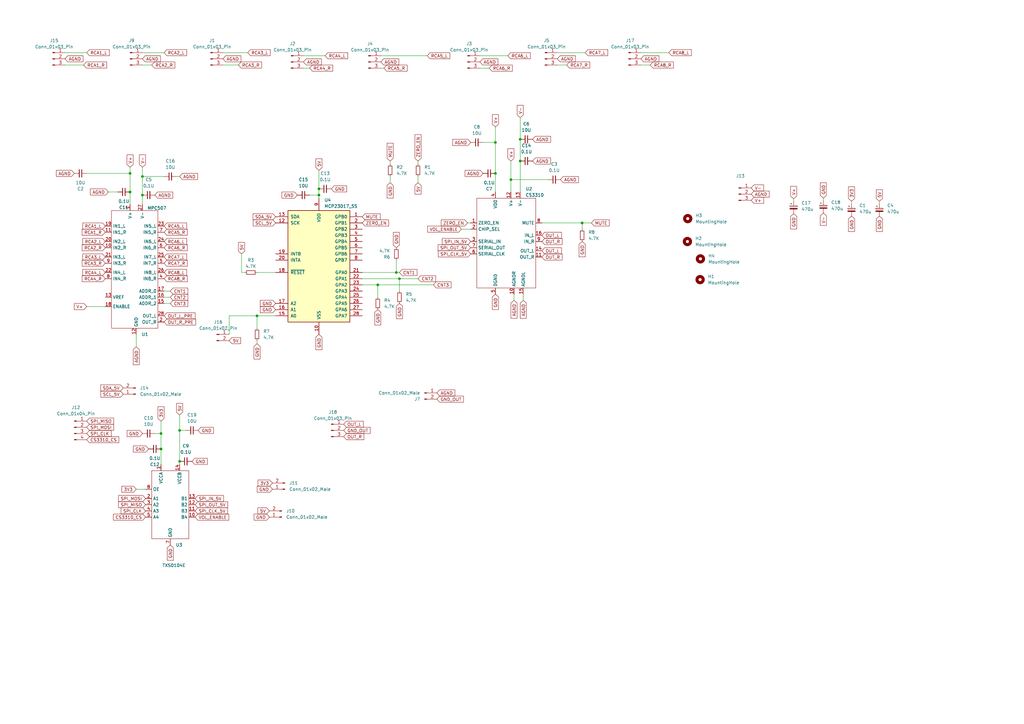
<source format=kicad_sch>
(kicad_sch (version 20231120) (generator "eeschema") (generator_version "8.0")
  (paper "A3")
  (lib_symbols
    (symbol "Connector:Conn_01x02_Male" (pin_names (offset 1.016) hide)
      (property "Reference" "J" (at 0 2.54 0))
      (property "Value" "Conn_01x02_Male" (at 0 -5.08 0))
      (symbol "Conn_01x02_Male_1_1"
        (polyline (pts (xy 1.27 -2.54) (xy 0.8636 -2.54)) (stroke (width 0.1524)))
        (polyline (pts (xy 1.27 0) (xy 0.8636 0)) (stroke (width 0.1524)))
        (rectangle (start 0.8636 -2.413) (end 0 -2.667) (stroke (width 0.1524)) (fill (type outline)))
        (rectangle (start 0.8636 0.127) (end 0 -0.127) (stroke (width 0.1524)) (fill (type outline)))
        (pin passive line (at 5.08 0 180) (length 3.81) (name "Pin_1") (number "1"))
        (pin passive line (at 5.08 -2.54 180) (length 3.81) (name "Pin_2") (number "2"))
      )
    )
    (symbol "Connector:Conn_01x02_Pin" (pin_names (offset 1.016) hide)
      (property "Reference" "J" (at 0 2.54 0))
      (property "Value" "Conn_01x02_Pin" (at 0 -5.08 0))
      (symbol "Conn_01x02_Pin_1_1"
        (polyline (pts (xy 1.27 -2.54) (xy 0.8636 -2.54)) (stroke (width 0.1524)))
        (polyline (pts (xy 1.27 0) (xy 0.8636 0)) (stroke (width 0.1524)))
        (rectangle (start 0.8636 -2.413) (end 0 -2.667) (stroke (width 0.1524)) (fill (type outline)))
        (rectangle (start 0.8636 0.127) (end 0 -0.127) (stroke (width 0.1524)) (fill (type outline)))
        (pin passive line (at 5.08 0 180) (length 3.81) (name "Pin_1") (number "1"))
        (pin passive line (at 5.08 -2.54 180) (length 3.81) (name "Pin_2") (number "2"))
      )
    )
    (symbol "Connector:Conn_01x03_Male" (pin_names (offset 1.016) hide)
      (property "Reference" "J" (at 0 5.08 0))
      (property "Value" "Conn_01x03_Male" (at 0 -5.08 0))
      (symbol "Conn_01x03_Male_1_1"
        (polyline (pts (xy 1.27 -2.54) (xy 0.8636 -2.54)) (stroke (width 0.1524)))
        (polyline (pts (xy 1.27 0) (xy 0.8636 0)) (stroke (width 0.1524)))
        (polyline (pts (xy 1.27 2.54) (xy 0.8636 2.54)) (stroke (width 0.1524)))
        (rectangle (start 0.8636 -2.413) (end 0 -2.667) (stroke (width 0.1524)) (fill (type outline)))
        (rectangle (start 0.8636 0.127) (end 0 -0.127) (stroke (width 0.1524)) (fill (type outline)))
        (rectangle (start 0.8636 2.667) (end 0 2.413) (stroke (width 0.1524)) (fill (type outline)))
        (pin passive line (at 5.08 2.54 180) (length 3.81) (name "Pin_1") (number "1"))
        (pin passive line (at 5.08 0 180) (length 3.81) (name "Pin_2") (number "2"))
        (pin passive line (at 5.08 -2.54 180) (length 3.81) (name "Pin_3") (number "3"))
      )
    )
    (symbol "Connector:Conn_01x03_Pin" (pin_names (offset 1.016) hide)
      (property "Reference" "J" (at 0 5.08 0))
      (property "Value" "Conn_01x03_Pin" (at 0 -5.08 0))
      (symbol "Conn_01x03_Pin_1_1"
        (polyline (pts (xy 1.27 -2.54) (xy 0.8636 -2.54)) (stroke (width 0.1524)))
        (polyline (pts (xy 1.27 0) (xy 0.8636 0)) (stroke (width 0.1524)))
        (polyline (pts (xy 1.27 2.54) (xy 0.8636 2.54)) (stroke (width 0.1524)))
        (rectangle (start 0.8636 -2.413) (end 0 -2.667) (stroke (width 0.1524)) (fill (type outline)))
        (rectangle (start 0.8636 0.127) (end 0 -0.127) (stroke (width 0.1524)) (fill (type outline)))
        (rectangle (start 0.8636 2.667) (end 0 2.413) (stroke (width 0.1524)) (fill (type outline)))
        (pin passive line (at 5.08 2.54 180) (length 3.81) (name "Pin_1") (number "1"))
        (pin passive line (at 5.08 0 180) (length 3.81) (name "Pin_2") (number "2"))
        (pin passive line (at 5.08 -2.54 180) (length 3.81) (name "Pin_3") (number "3"))
      )
    )
    (symbol "Connector:Conn_01x04_Pin" (pin_names (offset 1.016) hide)
      (property "Reference" "J" (at 0 5.08 0))
      (property "Value" "Conn_01x04_Pin" (at 0 -7.62 0))
      (symbol "Conn_01x04_Pin_1_1"
        (polyline (pts (xy 1.27 -5.08) (xy 0.8636 -5.08)) (stroke (width 0.1524)))
        (polyline (pts (xy 1.27 -2.54) (xy 0.8636 -2.54)) (stroke (width 0.1524)))
        (polyline (pts (xy 1.27 0) (xy 0.8636 0)) (stroke (width 0.1524)))
        (polyline (pts (xy 1.27 2.54) (xy 0.8636 2.54)) (stroke (width 0.1524)))
        (rectangle (start 0.8636 -4.953) (end 0 -5.207) (stroke (width 0.1524)) (fill (type outline)))
        (rectangle (start 0.8636 -2.413) (end 0 -2.667) (stroke (width 0.1524)) (fill (type outline)))
        (rectangle (start 0.8636 0.127) (end 0 -0.127) (stroke (width 0.1524)) (fill (type outline)))
        (rectangle (start 0.8636 2.667) (end 0 2.413) (stroke (width 0.1524)) (fill (type outline)))
        (pin passive line (at 5.08 2.54 180) (length 3.81) (name "Pin_1") (number "1"))
        (pin passive line (at 5.08 0 180) (length 3.81) (name "Pin_2") (number "2"))
        (pin passive line (at 5.08 -2.54 180) (length 3.81) (name "Pin_3") (number "3"))
        (pin passive line (at 5.08 -5.08 180) (length 3.81) (name "Pin_4") (number "4"))
      )
    )
    (symbol "Custom:CS3310"
      (property "Reference" "U" (at -1.524 -6.096 0))
      (symbol "CS3310_0_1"
        (rectangle (start -12.7 39.37) (end 11.43 2.54))
      )
      (symbol "CS3310_1_1"
        (pin input line (at -15.24 29.21 0) (length 2.54) (name "ZERO_EN") (number "1"))
        (pin input line (at 2.54 0 90) (length 2.54) (name "AGNDR") (number "10"))
        (pin input line (at 13.97 15.24 180) (length 2.54) (name "OUT_R") (number "11"))
        (pin input line (at 1.27 41.91 270) (length 2.54) (name "V+") (number "12"))
        (pin input line (at 5.08 41.91 270) (length 2.54) (name "V-") (number "13"))
        (pin input line (at 13.97 17.78 180) (length 2.54) (name "OUT_L") (number "14"))
        (pin input line (at 6.35 0 90) (length 2.54) (name "AGNDL") (number "15"))
        (pin input line (at 13.97 24.13 180) (length 2.54) (name "IN_L") (number "16"))
        (pin input line (at -15.24 26.67 0) (length 2.54) (name "CHIP_SEL") (number "2"))
        (pin input line (at -15.24 21.59 0) (length 2.54) (name "SERIAL_IN") (number "3"))
        (pin input line (at -5.08 41.91 270) (length 2.54) (name "VDD") (number "4"))
        (pin input line (at -5.08 0 90) (length 2.54) (name "DGND") (number "5"))
        (pin input line (at -15.24 16.51 0) (length 2.54) (name "SERIAL_CLK") (number "6"))
        (pin input line (at -15.24 19.05 0) (length 2.54) (name "SERIAL_OUT") (number "7"))
        (pin input line (at 13.97 29.21 180) (length 2.54) (name "MUTE") (number "8"))
        (pin input line (at 13.97 21.59 180) (length 2.54) (name "IN_R") (number "9"))
      )
    )
    (symbol "Custom:MPC507"
      (property "Reference" "U" (at 0 -34.29 0))
      (symbol "MPC507_1_1"
        (text_box "" (at -10.16 24.13 0) (size 19.05 -48.26) (effects (font (size 1.27 1.27)) (justify left top)))
        (pin input line (at -2.54 26.67 270) (length 2.54) (name "V+") (number "1"))
        (pin input line (at -12.7 8.89 0) (length 2.54) (name "IN2_R") (number "10"))
        (pin input line (at -12.7 15.24 0) (length 2.54) (name "IN1_R") (number "11"))
        (pin input line (at 0 -26.67 90) (length 2.54) (name "GND") (number "12"))
        (pin input line (at -12.7 -11.43 0) (length 2.54) (name "VREF") (number "13"))
        (pin input line (at 11.43 -13.97 180) (length 2.54) (name "ADDR_2") (number "15"))
        (pin input line (at 11.43 -11.43 180) (length 2.54) (name "ADDR_1") (number "16"))
        (pin input line (at 11.43 -8.89 180) (length 2.54) (name "ADDR_0") (number "17"))
        (pin input line (at -12.7 -15.24 0) (length 2.54) (name "ENABLE") (number "18"))
        (pin input line (at -12.7 17.78 0) (length 2.54) (name "IN1_L") (number "19"))
        (pin input line (at 11.43 -21.59 180) (length 2.54) (name "OUT_R") (number "2"))
        (pin input line (at -12.7 11.43 0) (length 2.54) (name "IN2_L") (number "20"))
        (pin input line (at -12.7 5.08 0) (length 2.54) (name "IN3_L") (number "21"))
        (pin input line (at -12.7 -1.27 0) (length 2.54) (name "IN4_L") (number "22"))
        (pin input line (at 11.43 17.78 180) (length 2.54) (name "IN5_L") (number "23"))
        (pin input line (at 11.43 11.43 180) (length 2.54) (name "IN6_L") (number "24"))
        (pin input line (at 11.43 5.08 180) (length 2.54) (name "IN7_L") (number "25"))
        (pin input line (at 11.43 -1.27 180) (length 2.54) (name "IN8_L") (number "26"))
        (pin input line (at 2.54 26.67 270) (length 2.54) (name "V-") (number "27"))
        (pin input line (at 11.43 -19.05 180) (length 2.54) (name "OUT_L") (number "28"))
        (pin input line (at 11.43 -3.81 180) (length 2.54) (name "IN8_R") (number "4"))
        (pin input line (at 11.43 2.54 180) (length 2.54) (name "IN7_R") (number "5"))
        (pin input line (at 11.43 8.89 180) (length 2.54) (name "IN6_R") (number "6"))
        (pin input line (at 11.43 15.24 180) (length 2.54) (name "IN5_R") (number "7"))
        (pin input line (at -12.7 -3.81 0) (length 2.54) (name "IN4_R") (number "8"))
        (pin input line (at -12.7 2.54 0) (length 2.54) (name "IN3_R") (number "9"))
      )
    )
    (symbol "Custom:TXS0104E"
      (property "Reference" "U" (at 0 0 0))
      (property "Value" "TXS0104E" (at 0 0 0))
      (symbol "TXS0104E_0_1"
        (rectangle (start -8.89 39.37) (end 6.35 11.43))
      )
      (symbol "TXS0104E_1_1"
        (pin input line (at -5.08 41.91 270) (length 2.54) (name "VCCA") (number "1"))
        (pin input line (at 8.89 20.32 180) (length 2.54) (name "B4") (number "10"))
        (pin input line (at 8.89 22.86 180) (length 2.54) (name "B3") (number "11"))
        (pin input line (at 8.89 25.4 180) (length 2.54) (name "B2") (number "12"))
        (pin input line (at 8.89 27.94 180) (length 2.54) (name "B1") (number "13"))
        (pin input line (at 2.54 41.91 270) (length 2.54) (name "VCCB") (number "14"))
        (pin input line (at -11.43 27.94 0) (length 2.54) (name "A1") (number "2"))
        (pin input line (at -11.43 25.4 0) (length 2.54) (name "A2") (number "3"))
        (pin input line (at -11.43 22.86 0) (length 2.54) (name "A3") (number "4"))
        (pin input line (at -11.43 20.32 0) (length 2.54) (name "A4") (number "5"))
        (pin input line (at -1.27 8.89 90) (length 2.54) (name "GND") (number "7"))
        (pin input line (at -11.43 31.75 0) (length 2.54) (name "OE") (number "8"))
      )
    )
    (symbol "Device:C_Polarized_Small" (pin_numbers hide) (pin_names (offset 0.254) hide)
      (property "Reference" "C" (at 0.254 1.778 0))
      (property "Value" "C_Polarized_Small" (at 0.254 -2.032 0))
      (symbol "C_Polarized_Small_0_1"
        (rectangle (start -1.524 -0.3048) (end 1.524 -0.6858) (fill (type outline)))
        (rectangle (start -1.524 0.6858) (end 1.524 0.3048))
        (polyline (pts (xy -1.27 1.524) (xy -0.762 1.524)))
        (polyline (pts (xy -1.016 1.27) (xy -1.016 1.778)))
      )
      (symbol "C_Polarized_Small_1_1"
        (pin passive line (at 0 2.54 270) (length 1.8542) (name "~") (number "1"))
        (pin passive line (at 0 -2.54 90) (length 1.8542) (name "~") (number "2"))
      )
    )
    (symbol "Device:C_Small" (pin_numbers hide) (pin_names (offset 0.254) hide)
      (property "Reference" "C" (at 0.254 1.778 0))
      (property "Value" "C_Small" (at 0.254 -2.032 0))
      (symbol "C_Small_0_1"
        (polyline (pts (xy -1.524 -0.508) (xy 1.524 -0.508)) (stroke (width 0.3302)))
        (polyline (pts (xy -1.524 0.508) (xy 1.524 0.508)) (stroke (width 0.3048)))
      )
      (symbol "C_Small_1_1"
        (pin passive line (at 0 2.54 270) (length 2.032) (name "~") (number "1"))
        (pin passive line (at 0 -2.54 90) (length 2.032) (name "~") (number "2"))
      )
    )
    (symbol "Device:R_Small" (pin_numbers hide) (pin_names (offset 0.254) hide)
      (property "Reference" "R" (at 0.762 0.508 0))
      (property "Value" "R_Small" (at 0.762 -1.016 0))
      (symbol "R_Small_0_1"
        (rectangle (start -0.762 1.778) (end 0.762 -1.778) (stroke (width 0.2032)))
      )
      (symbol "R_Small_1_1"
        (pin passive line (at 0 2.54 270) (length 0.762) (name "~") (number "1"))
        (pin passive line (at 0 -2.54 90) (length 0.762) (name "~") (number "2"))
      )
    )
    (symbol "Interface_Expansion:MCP23017_SS" (pin_names (offset 1.016))
      (property "Reference" "U" (at -11.43 24.13 0))
      (property "Value" "MCP23017_SS" (at 0 0 0))
      (symbol "MCP23017_SS_0_1"
        (rectangle (start -12.7 22.86) (end 12.7 -22.86) (stroke (width 0.254)) (fill (type background)))
      )
      (symbol "MCP23017_SS_1_1"
        (pin bidirectional line (at 17.78 20.32 180) (length 5.08) (name "GPB0") (number "1"))
        (pin power_in line (at 0 -27.94 90) (length 5.08) (name "VSS") (number "10"))
        (pin no_connect line (at -12.7 15.24 0) (length 5.08) hide (name "NC") (number "11"))
        (pin input line (at -17.78 17.78 0) (length 5.08) (name "SCK") (number "12"))
        (pin bidirectional line (at -17.78 20.32 0) (length 5.08) (name "SDA") (number "13"))
        (pin no_connect line (at -12.7 12.7 0) (length 5.08) hide (name "NC") (number "14"))
        (pin input line (at -17.78 -20.32 0) (length 5.08) (name "A0") (number "15"))
        (pin input line (at -17.78 -17.78 0) (length 5.08) (name "A1") (number "16"))
        (pin input line (at -17.78 -15.24 0) (length 5.08) (name "A2") (number "17"))
        (pin input line (at -17.78 -2.54 0) (length 5.08) (name "~{RESET}") (number "18"))
        (pin tri_state line (at -17.78 5.08 0) (length 5.08) (name "INTB") (number "19"))
        (pin bidirectional line (at 17.78 17.78 180) (length 5.08) (name "GPB1") (number "2"))
        (pin tri_state line (at -17.78 2.54 0) (length 5.08) (name "INTA") (number "20"))
        (pin bidirectional line (at 17.78 -2.54 180) (length 5.08) (name "GPA0") (number "21"))
        (pin bidirectional line (at 17.78 -5.08 180) (length 5.08) (name "GPA1") (number "22"))
        (pin bidirectional line (at 17.78 -7.62 180) (length 5.08) (name "GPA2") (number "23"))
        (pin bidirectional line (at 17.78 -10.16 180) (length 5.08) (name "GPA3") (number "24"))
        (pin bidirectional line (at 17.78 -12.7 180) (length 5.08) (name "GPA4") (number "25"))
        (pin bidirectional line (at 17.78 -15.24 180) (length 5.08) (name "GPA5") (number "26"))
        (pin bidirectional line (at 17.78 -17.78 180) (length 5.08) (name "GPA6") (number "27"))
        (pin bidirectional line (at 17.78 -20.32 180) (length 5.08) (name "GPA7") (number "28"))
        (pin bidirectional line (at 17.78 15.24 180) (length 5.08) (name "GPB2") (number "3"))
        (pin bidirectional line (at 17.78 12.7 180) (length 5.08) (name "GPB3") (number "4"))
        (pin bidirectional line (at 17.78 10.16 180) (length 5.08) (name "GPB4") (number "5"))
        (pin bidirectional line (at 17.78 7.62 180) (length 5.08) (name "GPB5") (number "6"))
        (pin bidirectional line (at 17.78 5.08 180) (length 5.08) (name "GPB6") (number "7"))
        (pin bidirectional line (at 17.78 2.54 180) (length 5.08) (name "GPB7") (number "8"))
        (pin power_in line (at 0 27.94 270) (length 5.08) (name "VDD") (number "9"))
      )
    )
    (symbol "Mechanical:MountingHole" (pin_names (offset 1.016))
      (property "Reference" "H" (at 0 5.08 0))
      (property "Value" "MountingHole" (at 0 3.175 0))
      (symbol "MountingHole_0_1"
        (circle (center 0 0) (radius 1.27) (stroke (width 1.27)))
      )
    )
  )
  (junction (at 73.66 176.53))
  (junction (at 209.55 73.66))
  (junction (at 203.2 71.12))
  (junction (at 238.76 91.44))
  (junction (at 105.41 129.54))
  (junction (at 66.04 177.8))
  (junction (at 162.56 111.76))
  (junction (at 53.34 71.12))
  (junction (at 66.04 184.15))
  (junction (at 53.34 78.74))
  (junction (at 203.2 58.42))
  (junction (at 130.81 77.47))
  (junction (at 130.81 80.01))
  (junction (at 58.42 80.01))
  (junction (at 213.36 66.04))
  (junction (at 73.66 189.23))
  (junction (at 58.42 72.39))
  (junction (at 163.83 114.3))
  (junction (at 213.36 57.15))
  (junction (at 154.94 116.84))
  (wire (pts (xy 124.46 27.94) (xy 127 27.94)))
  (wire (pts (xy 69.85 121.92) (xy 67.31 121.92)))
  (wire (pts (xy 58.42 68.58) (xy 58.42 72.39)))
  (wire (pts (xy 214.63 123.19) (xy 214.63 120.65)))
  (wire (pts (xy 73.66 189.23) (xy 73.66 190.5)))
  (wire (pts (xy 69.85 119.38) (xy 67.31 119.38)))
  (wire (pts (xy 191.77 91.44) (xy 193.04 91.44)))
  (wire (pts (xy 156.21 22.86) (xy 175.26 22.86)))
  (wire (pts (xy 58.42 80.01) (xy 58.42 83.82)))
  (wire (pts (xy 105.41 134.62) (xy 105.41 129.54)))
  (wire (pts (xy 325.501 81.534) (xy 325.501 82.55)))
  (wire (pts (xy 209.55 73.66) (xy 224.79 73.66)))
  (wire (pts (xy 73.66 170.18) (xy 73.66 176.53)))
  (wire (pts (xy 53.34 78.74) (xy 53.34 83.82)))
  (wire (pts (xy 44.45 78.74) (xy 48.26 78.74)))
  (wire (pts (xy 274.32 21.59) (xy 262.89 21.59)))
  (wire (pts (xy 105.41 129.54) (xy 93.98 129.54)))
  (wire (pts (xy 130.81 69.85) (xy 130.81 77.47)))
  (wire (pts (xy 213.36 66.04) (xy 213.36 78.74)))
  (wire (pts (xy 208.28 22.86) (xy 196.85 22.86)))
  (wire (pts (xy 99.06 111.76) (xy 99.06 104.14)))
  (wire (pts (xy 171.45 74.93) (xy 171.45 72.39)))
  (wire (pts (xy 91.44 26.67) (xy 97.79 26.67)))
  (wire (pts (xy 189.23 93.98) (xy 193.04 93.98)))
  (wire (pts (xy 58.42 72.39) (xy 58.42 80.01)))
  (wire (pts (xy 171.45 66.04) (xy 171.45 67.31)))
  (wire (pts (xy 55.88 142.24) (xy 55.88 137.16)))
  (wire (pts (xy 203.2 71.12) (xy 203.2 78.74)))
  (wire (pts (xy 154.94 116.84) (xy 148.59 116.84)))
  (wire (pts (xy 163.83 114.3) (xy 148.59 114.3)))
  (wire (pts (xy 203.2 52.07) (xy 203.2 58.42)))
  (wire (pts (xy 63.5 177.8) (xy 66.04 177.8)))
  (wire (pts (xy 35.56 125.73) (xy 43.18 125.73)))
  (wire (pts (xy 262.89 26.67) (xy 266.7 26.67)))
  (wire (pts (xy 58.42 21.59) (xy 67.31 21.59)))
  (wire (pts (xy 209.55 66.04) (xy 209.55 73.66)))
  (wire (pts (xy 76.2 176.53) (xy 73.66 176.53)))
  (wire (pts (xy 213.36 48.26) (xy 213.36 57.15)))
  (wire (pts (xy 130.81 80.01) (xy 130.81 81.28)))
  (wire (pts (xy 162.56 106.68) (xy 162.56 111.76)))
  (wire (pts (xy 67.31 72.39) (xy 58.42 72.39)))
  (wire (pts (xy 91.44 21.59) (xy 101.6 21.59)))
  (wire (pts (xy 66.04 184.15) (xy 66.04 190.5)))
  (wire (pts (xy 213.36 57.15) (xy 213.36 66.04)))
  (wire (pts (xy 105.41 129.54) (xy 113.03 129.54)))
  (wire (pts (xy 66.04 172.72) (xy 66.04 177.8)))
  (wire (pts (xy 242.57 91.44) (xy 238.76 91.44)))
  (wire (pts (xy 163.83 119.38) (xy 163.83 114.3)))
  (wire (pts (xy 228.6 26.67) (xy 232.41 26.67)))
  (wire (pts (xy 105.41 140.97) (xy 105.41 139.7)))
  (wire (pts (xy 100.33 111.76) (xy 99.06 111.76)))
  (wire (pts (xy 105.41 111.76) (xy 113.03 111.76)))
  (wire (pts (xy 349.25 82.55) (xy 349.25 83.566)))
  (wire (pts (xy 171.45 114.3) (xy 163.83 114.3)))
  (wire (pts (xy 69.85 124.46) (xy 67.31 124.46)))
  (wire (pts (xy 162.56 111.76) (xy 148.59 111.76)))
  (wire (pts (xy 26.67 21.59) (xy 35.56 21.59)))
  (wire (pts (xy 53.34 71.12) (xy 53.34 78.74)))
  (wire (pts (xy 53.34 68.58) (xy 53.34 71.12)))
  (wire (pts (xy 124.46 22.86) (xy 133.35 22.86)))
  (wire (pts (xy 177.8 116.84) (xy 154.94 116.84)))
  (wire (pts (xy 130.81 77.47) (xy 130.81 80.01)))
  (wire (pts (xy 203.2 58.42) (xy 203.2 71.12)))
  (wire (pts (xy 35.56 71.12) (xy 53.34 71.12)))
  (wire (pts (xy 163.83 111.76) (xy 162.56 111.76)))
  (wire (pts (xy 238.76 93.98) (xy 238.76 91.44)))
  (wire (pts (xy 93.98 129.54) (xy 93.98 137.16)))
  (wire (pts (xy 26.67 26.67) (xy 34.29 26.67)))
  (wire (pts (xy 66.04 177.8) (xy 66.04 184.15)))
  (wire (pts (xy 160.02 74.93) (xy 160.02 72.39)))
  (wire (pts (xy 58.42 26.67) (xy 62.23 26.67)))
  (wire (pts (xy 360.68 82.55) (xy 360.68 83.566)))
  (wire (pts (xy 73.66 72.39) (xy 72.39 72.39)))
  (wire (pts (xy 240.03 21.59) (xy 228.6 21.59)))
  (wire (pts (xy 55.88 200.66) (xy 59.69 200.66)))
  (wire (pts (xy 154.94 121.92) (xy 154.94 116.84)))
  (wire (pts (xy 209.55 73.66) (xy 209.55 78.74)))
  (wire (pts (xy 196.85 27.94) (xy 200.66 27.94)))
  (wire (pts (xy 127 80.01) (xy 130.81 80.01)))
  (wire (pts (xy 222.25 91.44) (xy 238.76 91.44)))
  (wire (pts (xy 210.82 123.19) (xy 210.82 120.65)))
  (wire (pts (xy 160.02 66.04) (xy 160.02 67.31)))
  (wire (pts (xy 337.693 81.28) (xy 337.693 82.296)))
  (wire (pts (xy 156.21 27.94) (xy 157.48 27.94)))
  (wire (pts (xy 73.66 176.53) (xy 73.66 189.23)))
  (wire (pts (xy 198.12 58.42) (xy 203.2 58.42)))
  (global_label "ZERO_EN" (shape input) (at 191.77 91.44 180) (property "Intersheetrefs" "${INTERSHEET_REFS}" (effects (hide yes))))
  (global_label "AGND" (shape input) (at 308.102 79.629 0) (property "Intersheetrefs" "${INTERSHEET_REFS}" (effects (hide yes))))
  (global_label "RCA7_L" (shape input) (at 67.31 105.41 0) (property "Intersheetrefs" "${INTERSHEET_REFS}" (effects (hide yes))))
  (global_label "V-" (shape input) (at 213.36 48.26 90) (property "Intersheetrefs" "${INTERSHEET_REFS}" (effects (hide yes))))
  (global_label "GND" (shape input) (at 135.89 77.47 0) (property "Intersheetrefs" "${INTERSHEET_REFS}" (effects (hide yes))))
  (global_label "MUTE" (shape input) (at 242.57 91.44 0) (property "Intersheetrefs" "${INTERSHEET_REFS}" (effects (hide yes))))
  (global_label "GND" (shape input) (at 58.42 177.8 180) (property "Intersheetrefs" "${INTERSHEET_REFS}" (effects (hide yes))))
  (global_label "RCA5_R" (shape input) (at 67.31 95.25 0) (property "Intersheetrefs" "${INTERSHEET_REFS}" (effects (hide yes))))
  (global_label "SPI_MISO" (shape input) (at 59.69 207.01 180) (property "Intersheetrefs" "${INTERSHEET_REFS}" (effects (hide yes))))
  (global_label "5V" (shape input) (at 130.81 69.85 90) (property "Intersheetrefs" "${INTERSHEET_REFS}" (effects (hide yes))))
  (global_label "AGND" (shape input) (at 228.6 24.13 0) (property "Intersheetrefs" "${INTERSHEET_REFS}" (effects (hide yes))))
  (global_label "GND" (shape input) (at 111.76 200.66 180) (property "Intersheetrefs" "${INTERSHEET_REFS}" (effects (hide yes))))
  (global_label "CNT1" (shape input) (at 163.83 111.76 0) (property "Intersheetrefs" "${INTERSHEET_REFS}" (effects (hide yes))))
  (global_label "OUT_L" (shape input) (at 222.25 96.52 0) (property "Intersheetrefs" "${INTERSHEET_REFS}" (effects (hide yes))))
  (global_label "RCA2_L" (shape input) (at 67.31 21.59 0) (property "Intersheetrefs" "${INTERSHEET_REFS}" (effects (hide yes))))
  (global_label "RCA3_R" (shape input) (at 97.79 26.67 0) (property "Intersheetrefs" "${INTERSHEET_REFS}" (effects (hide yes))))
  (global_label "VOL_ENABLE" (shape input) (at 80.01 212.09 0) (property "Intersheetrefs" "${INTERSHEET_REFS}" (effects (hide yes))))
  (global_label "CNT2" (shape input) (at 69.85 121.92 0) (property "Intersheetrefs" "${INTERSHEET_REFS}" (effects (hide yes))))
  (global_label "SPI_MOSI" (shape input) (at 35.56 175.26 0) (property "Intersheetrefs" "${INTERSHEET_REFS}" (effects (hide yes))))
  (global_label "RCA3_L" (shape input) (at 101.6 21.59 0) (property "Intersheetrefs" "${INTERSHEET_REFS}" (effects (hide yes))))
  (global_label "5V" (shape input) (at 73.66 170.18 90) (property "Intersheetrefs" "${INTERSHEET_REFS}" (effects (hide yes))))
  (global_label "RCA2_R" (shape input) (at 43.18 101.6 180) (property "Intersheetrefs" "${INTERSHEET_REFS}" (effects (hide yes))))
  (global_label "OUT_R" (shape input) (at 140.97 179.07 0) (property "Intersheetrefs" "${INTERSHEET_REFS}" (effects (hide yes))))
  (global_label "V+" (shape input) (at 325.501 81.534 90) (property "Intersheetrefs" "${INTERSHEET_REFS}" (effects (hide yes))))
  (global_label "RCA4_R" (shape input) (at 43.18 114.3 180) (property "Intersheetrefs" "${INTERSHEET_REFS}" (effects (hide yes))))
  (global_label "SPI_IN_5V" (shape input) (at 80.01 204.47 0) (property "Intersheetrefs" "${INTERSHEET_REFS}" (effects (hide yes))))
  (global_label "SPI_CLK_5V" (shape input) (at 80.01 209.55 0) (property "Intersheetrefs" "${INTERSHEET_REFS}" (effects (hide yes))))
  (global_label "RCA2_L" (shape input) (at 43.18 99.06 180) (property "Intersheetrefs" "${INTERSHEET_REFS}" (effects (hide yes))))
  (global_label "RCA6_R" (shape input) (at 200.66 27.94 0) (property "Intersheetrefs" "${INTERSHEET_REFS}" (effects (hide yes))))
  (global_label "RCA6_L" (shape input) (at 208.28 22.86 0) (property "Intersheetrefs" "${INTERSHEET_REFS}" (effects (hide yes))))
  (global_label "5V" (shape input) (at 110.49 209.55 180) (property "Intersheetrefs" "${INTERSHEET_REFS}" (effects (hide yes))))
  (global_label "RCA5_L" (shape input) (at 175.26 22.86 0) (property "Intersheetrefs" "${INTERSHEET_REFS}" (effects (hide yes))))
  (global_label "V-" (shape input) (at 337.693 87.376 270) (property "Intersheetrefs" "${INTERSHEET_REFS}" (effects (hide yes))))
  (global_label "GND" (shape input) (at 69.85 223.52 270) (property "Intersheetrefs" "${INTERSHEET_REFS}" (effects (hide yes))))
  (global_label "GND" (shape input) (at 325.501 87.63 270) (property "Intersheetrefs" "${INTERSHEET_REFS}" (effects (hide yes))))
  (global_label "3V3" (shape input) (at 55.88 200.66 180) (property "Intersheetrefs" "${INTERSHEET_REFS}" (effects (hide yes))))
  (global_label "GND" (shape input) (at 60.96 184.15 180) (property "Intersheetrefs" "${INTERSHEET_REFS}" (effects (hide yes))))
  (global_label "V+" (shape input) (at 308.102 82.169 0) (property "Intersheetrefs" "${INTERSHEET_REFS}" (effects (hide yes))))
  (global_label "RCA8_R" (shape input) (at 266.7 26.67 0) (property "Intersheetrefs" "${INTERSHEET_REFS}" (effects (hide yes))))
  (global_label "SCL_5V" (shape input) (at 50.546 161.671 180) (property "Intersheetrefs" "${INTERSHEET_REFS}" (effects (hide yes))))
  (global_label "GND" (shape input) (at 160.02 74.93 270) (property "Intersheetrefs" "${INTERSHEET_REFS}" (effects (hide yes))))
  (global_label "RCA3_L" (shape input) (at 43.18 105.41 180) (property "Intersheetrefs" "${INTERSHEET_REFS}" (effects (hide yes))))
  (global_label "SPI_MOSI" (shape input) (at 59.69 204.47 180) (property "Intersheetrefs" "${INTERSHEET_REFS}" (effects (hide yes))))
  (global_label "AGND" (shape input) (at 179.197 161.163 0) (property "Intersheetrefs" "${INTERSHEET_REFS}" (effects (hide yes))))
  (global_label "RCA4_R" (shape input) (at 127 27.94 0) (property "Intersheetrefs" "${INTERSHEET_REFS}" (effects (hide yes))))
  (global_label "GND" (shape input) (at 238.76 99.06 270) (property "Intersheetrefs" "${INTERSHEET_REFS}" (effects (hide yes))))
  (global_label "AGND" (shape input) (at 26.67 24.13 0) (property "Intersheetrefs" "${INTERSHEET_REFS}" (effects (hide yes))))
  (global_label "AGND" (shape input) (at 44.45 78.74 180) (property "Intersheetrefs" "${INTERSHEET_REFS}" (effects (hide yes))))
  (global_label "OUT_L" (shape input) (at 222.25 102.87 0) (property "Intersheetrefs" "${INTERSHEET_REFS}" (effects (hide yes))))
  (global_label "RCA4_L" (shape input) (at 133.35 22.86 0) (property "Intersheetrefs" "${INTERSHEET_REFS}" (effects (hide yes))))
  (global_label "3V3" (shape input) (at 111.76 198.12 180) (property "Intersheetrefs" "${INTERSHEET_REFS}" (effects (hide yes))))
  (global_label "RCA1_R" (shape input) (at 34.29 26.67 0) (property "Intersheetrefs" "${INTERSHEET_REFS}" (effects (hide yes))))
  (global_label "AGND" (shape input) (at 55.88 142.24 270) (property "Intersheetrefs" "${INTERSHEET_REFS}" (effects (hide yes))))
  (global_label "5V" (shape input) (at 360.68 82.55 90) (property "Intersheetrefs" "${INTERSHEET_REFS}" (effects (hide yes))))
  (global_label "AGND" (shape input) (at 193.04 58.42 180) (property "Intersheetrefs" "${INTERSHEET_REFS}" (effects (hide yes))))
  (global_label "GND" (shape input) (at 130.81 137.16 270) (property "Intersheetrefs" "${INTERSHEET_REFS}" (effects (hide yes))))
  (global_label "3V3" (shape input) (at 349.25 82.55 90) (property "Intersheetrefs" "${INTERSHEET_REFS}" (effects (hide yes))))
  (global_label "AGND" (shape input) (at 124.46 25.4 0) (property "Intersheetrefs" "${INTERSHEET_REFS}" (effects (hide yes))))
  (global_label "RCA7_R" (shape input) (at 232.41 26.67 0) (property "Intersheetrefs" "${INTERSHEET_REFS}" (effects (hide yes))))
  (global_label "CS3310_CS" (shape input) (at 35.56 180.34 0) (property "Intersheetrefs" "${INTERSHEET_REFS}" (effects (hide yes))))
  (global_label "OUT_R" (shape input) (at 222.25 105.41 0) (property "Intersheetrefs" "${INTERSHEET_REFS}" (effects (hide yes))))
  (global_label "RCA1_L" (shape input) (at 35.56 21.59 0) (property "Intersheetrefs" "${INTERSHEET_REFS}" (effects (hide yes))))
  (global_label "GND" (shape input) (at 113.03 124.46 180) (property "Intersheetrefs" "${INTERSHEET_REFS}" (effects (hide yes))))
  (global_label "ZERO_EN" (shape input) (at 171.45 66.04 90) (property "Intersheetrefs" "${INTERSHEET_REFS}" (effects (hide yes))))
  (global_label "RCA3_R" (shape input) (at 43.18 107.95 180) (property "Intersheetrefs" "${INTERSHEET_REFS}" (effects (hide yes))))
  (global_label "AGND" (shape input) (at 58.42 24.13 0) (property "Intersheetrefs" "${INTERSHEET_REFS}" (effects (hide yes))))
  (global_label "5V" (shape input) (at 99.06 104.14 90) (property "Intersheetrefs" "${INTERSHEET_REFS}" (effects (hide yes))))
  (global_label "RCA7_L" (shape input) (at 240.03 21.59 0) (property "Intersheetrefs" "${INTERSHEET_REFS}" (effects (hide yes))))
  (global_label "RCA6_R" (shape input) (at 67.31 101.6 0) (property "Intersheetrefs" "${INTERSHEET_REFS}" (effects (hide yes))))
  (global_label "SDA_5V" (shape input) (at 50.546 159.131 180) (property "Intersheetrefs" "${INTERSHEET_REFS}" (effects (hide yes))))
  (global_label "SPI_MISO" (shape input) (at 35.56 172.72 0) (property "Intersheetrefs" "${INTERSHEET_REFS}" (effects (hide yes))))
  (global_label "CS3310_CS" (shape input) (at 59.69 212.09 180) (property "Intersheetrefs" "${INTERSHEET_REFS}" (effects (hide yes))))
  (global_label "AGND" (shape input) (at 210.82 123.19 270) (property "Intersheetrefs" "${INTERSHEET_REFS}" (effects (hide yes))))
  (global_label "CNT3" (shape input) (at 69.85 124.46 0) (property "Intersheetrefs" "${INTERSHEET_REFS}" (effects (hide yes))))
  (global_label "AGND" (shape input) (at 63.5 80.01 0) (property "Intersheetrefs" "${INTERSHEET_REFS}" (effects (hide yes))))
  (global_label "SDA_5V" (shape input) (at 113.03 88.9 180) (property "Intersheetrefs" "${INTERSHEET_REFS}" (effects (hide yes))))
  (global_label "RCA8_R" (shape input) (at 67.31 114.3 0) (property "Intersheetrefs" "${INTERSHEET_REFS}" (effects (hide yes))))
  (global_label "V+" (shape input) (at 203.2 52.07 90) (property "Intersheetrefs" "${INTERSHEET_REFS}" (effects (hide yes))))
  (global_label "SPI_OUT_5V" (shape input) (at 193.04 101.6 180) (property "Intersheetrefs" "${INTERSHEET_REFS}" (effects (hide yes))))
  (global_label "OUT_L" (shape input) (at 140.97 173.99 0) (property "Intersheetrefs" "${INTERSHEET_REFS}" (effects (hide yes))))
  (global_label "OUT_R_PRE" (shape input) (at 67.31 132.08 0) (property "Intersheetrefs" "${INTERSHEET_REFS}" (effects (hide yes))))
  (global_label "RCA5_L" (shape input) (at 67.31 92.71 0) (property "Intersheetrefs" "${INTERSHEET_REFS}" (effects (hide yes))))
  (global_label "AGND" (shape input) (at 214.63 123.19 270) (property "Intersheetrefs" "${INTERSHEET_REFS}" (effects (hide yes))))
  (global_label "5V" (shape input) (at 171.45 74.93 270) (property "Intersheetrefs" "${INTERSHEET_REFS}" (effects (hide yes))))
  (global_label "RCA8_L" (shape input) (at 274.32 21.59 0) (property "Intersheetrefs" "${INTERSHEET_REFS}" (effects (hide yes))))
  (global_label "RCA1_R" (shape input) (at 43.18 95.25 180) (property "Intersheetrefs" "${INTERSHEET_REFS}" (effects (hide yes))))
  (global_label "AGND" (shape input) (at 196.85 25.4 0) (property "Intersheetrefs" "${INTERSHEET_REFS}" (effects (hide yes))))
  (global_label "3V3" (shape input) (at 66.04 172.72 90) (property "Intersheetrefs" "${INTERSHEET_REFS}" (effects (hide yes))))
  (global_label "MUTE" (shape input) (at 160.02 66.04 90) (property "Intersheetrefs" "${INTERSHEET_REFS}" (effects (hide yes))))
  (global_label "MUTE" (shape input) (at 148.59 88.9 0) (property "Intersheetrefs" "${INTERSHEET_REFS}" (effects (hide yes))))
  (global_label "GND" (shape input) (at 162.56 101.6 90) (property "Intersheetrefs" "${INTERSHEET_REFS}" (effects (hide yes))))
  (global_label "AGND" (shape input) (at 218.44 57.15 0) (property "Intersheetrefs" "${INTERSHEET_REFS}" (effects (hide yes))))
  (global_label "GND" (shape input) (at 360.68 88.646 270) (property "Intersheetrefs" "${INTERSHEET_REFS}" (effects (hide yes))))
  (global_label "GND" (shape input) (at 349.25 88.646 270) (property "Intersheetrefs" "${INTERSHEET_REFS}" (effects (hide yes))))
  (global_label "OUT_R" (shape input) (at 222.25 99.06 0) (property "Intersheetrefs" "${INTERSHEET_REFS}" (effects (hide yes))))
  (global_label "GND" (shape input) (at 337.693 81.28 90) (property "Intersheetrefs" "${INTERSHEET_REFS}" (effects (hide yes))))
  (global_label "AGND" (shape input) (at 73.66 72.39 0) (property "Intersheetrefs" "${INTERSHEET_REFS}" (effects (hide yes))))
  (global_label "GND" (shape input) (at 105.41 140.97 270) (property "Intersheetrefs" "${INTERSHEET_REFS}" (effects (hide yes))))
  (global_label "AGND" (shape input) (at 30.48 71.12 180) (property "Intersheetrefs" "${INTERSHEET_REFS}" (effects (hide yes))))
  (global_label "RCA2_R" (shape input) (at 62.23 26.67 0) (property "Intersheetrefs" "${INTERSHEET_REFS}" (effects (hide yes))))
  (global_label "RCA6_L" (shape input) (at 67.31 99.06 0) (property "Intersheetrefs" "${INTERSHEET_REFS}" (effects (hide yes))))
  (global_label "V+" (shape input) (at 35.56 125.73 180) (property "Intersheetrefs" "${INTERSHEET_REFS}" (effects (hide yes))))
  (global_label "RCA7_R" (shape input) (at 67.31 107.95 0) (property "Intersheetrefs" "${INTERSHEET_REFS}" (effects (hide yes))))
  (global_label "V-" (shape input) (at 58.42 68.58 90) (property "Intersheetrefs" "${INTERSHEET_REFS}" (effects (hide yes))))
  (global_label "SPI_CLK" (shape input) (at 59.69 209.55 180) (property "Intersheetrefs" "${INTERSHEET_REFS}" (effects (hide yes))))
  (global_label "AGND" (shape input) (at 198.12 71.12 180) (property "Intersheetrefs" "${INTERSHEET_REFS}" (effects (hide yes))))
  (global_label "CNT1" (shape input) (at 69.85 119.38 0) (property "Intersheetrefs" "${INTERSHEET_REFS}" (effects (hide yes))))
  (global_label "GND_OUT" (shape input) (at 140.97 176.53 0) (property "Intersheetrefs" "${INTERSHEET_REFS}" (effects (hide yes))))
  (global_label "SPI_CLK_5V" (shape input) (at 193.04 104.14 180) (property "Intersheetrefs" "${INTERSHEET_REFS}" (effects (hide yes))))
  (global_label "RCA8_L" (shape input) (at 67.31 111.76 0) (property "Intersheetrefs" "${INTERSHEET_REFS}" (effects (hide yes))))
  (global_label "GND" (shape input) (at 113.03 127 180) (property "Intersheetrefs" "${INTERSHEET_REFS}" (effects (hide yes))))
  (global_label "GND" (shape input) (at 163.83 124.46 270) (property "Intersheetrefs" "${INTERSHEET_REFS}" (effects (hide yes))))
  (global_label "CNT2" (shape input) (at 171.45 114.3 0) (property "Intersheetrefs" "${INTERSHEET_REFS}" (effects (hide yes))))
  (global_label "GND" (shape input) (at 78.74 189.23 0) (property "Intersheetrefs" "${INTERSHEET_REFS}" (effects (hide yes))))
  (global_label "GND" (shape input) (at 154.94 127 270) (property "Intersheetrefs" "${INTERSHEET_REFS}" (effects (hide yes))))
  (global_label "GND" (shape input) (at 203.2 120.65 270) (property "Intersheetrefs" "${INTERSHEET_REFS}" (effects (hide yes))))
  (global_label "RCA5_R" (shape input) (at 157.48 27.94 0) (property "Intersheetrefs" "${INTERSHEET_REFS}" (effects (hide yes))))
  (global_label "AGND" (shape input) (at 229.87 73.66 0) (property "Intersheetrefs" "${INTERSHEET_REFS}" (effects (hide yes))))
  (global_label "GND" (shape input) (at 121.92 80.01 180) (property "Intersheetrefs" "${INTERSHEET_REFS}" (effects (hide yes))))
  (global_label "AGND" (shape input) (at 156.21 25.4 0) (property "Intersheetrefs" "${INTERSHEET_REFS}" (effects (hide yes))))
  (global_label "SPI_IN_5V" (shape input) (at 193.04 99.06 180) (property "Intersheetrefs" "${INTERSHEET_REFS}" (effects (hide yes))))
  (global_label "GND" (shape input) (at 110.49 212.09 180) (property "Intersheetrefs" "${INTERSHEET_REFS}" (effects (hide yes))))
  (global_label "CNT3" (shape input) (at 177.8 116.84 0) (property "Intersheetrefs" "${INTERSHEET_REFS}" (effects (hide yes))))
  (global_label "GND" (shape input) (at 81.28 176.53 0) (property "Intersheetrefs" "${INTERSHEET_REFS}" (effects (hide yes))))
  (global_label "AGND" (shape input) (at 91.44 24.13 0) (property "Intersheetrefs" "${INTERSHEET_REFS}" (effects (hide yes))))
  (global_label "RCA4_L" (shape input) (at 43.18 111.76 180) (property "Intersheetrefs" "${INTERSHEET_REFS}" (effects (hide yes))))
  (global_label "VOL_ENABLE" (shape input) (at 189.23 93.98 180) (property "Intersheetrefs" "${INTERSHEET_REFS}" (effects (hide yes))))
  (global_label "V+" (shape input) (at 53.34 68.58 90) (property "Intersheetrefs" "${INTERSHEET_REFS}" (effects (hide yes))))
  (global_label "ZERO_EN" (shape input) (at 148.59 91.44 0) (property "Intersheetrefs" "${INTERSHEET_REFS}" (effects (hide yes))))
  (global_label "AGND" (shape input) (at 218.44 66.04 0) (property "Intersheetrefs" "${INTERSHEET_REFS}" (effects (hide yes))))
  (global_label "SCL_5V" (shape input) (at 113.03 91.44 180) (property "Intersheetrefs" "${INTERSHEET_REFS}" (effects (hide yes))))
  (global_label "SPI_OUT_5V" (shape input) (at 80.01 207.01 0) (property "Intersheetrefs" "${INTERSHEET_REFS}" (effects (hide yes))))
  (global_label "V+" (shape input) (at 209.55 66.04 90) (property "Intersheetrefs" "${INTERSHEET_REFS}" (effects (hide yes))))
  (global_label "5V" (shape input) (at 93.98 139.7 0) (property "Intersheetrefs" "${INTERSHEET_REFS}" (effects (hide yes))))
  (global_label "V-" (shape input) (at 308.102 77.089 0) (property "Intersheetrefs" "${INTERSHEET_REFS}" (effects (hide yes))))
  (global_label "GND_OUT" (shape input) (at 179.197 163.703 0) (property "Intersheetrefs" "${INTERSHEET_REFS}" (effects (hide yes))))
  (global_label "OUT_L_PRE" (shape input) (at 67.31 129.54 0) (property "Intersheetrefs" "${INTERSHEET_REFS}" (effects (hide yes))))
  (global_label "RCA1_L" (shape input) (at 43.18 92.71 180) (property "Intersheetrefs" "${INTERSHEET_REFS}" (effects (hide yes))))
  (global_label "SPI_CLK" (shape input) (at 35.56 177.8 0) (property "Intersheetrefs" "${INTERSHEET_REFS}" (effects (hide yes))))
  (global_label "AGND" (shape input) (at 262.89 24.13 0) (property "Intersheetrefs" "${INTERSHEET_REFS}" (effects (hide yes))))
  (symbol (lib_id "Device:C_Small") (at 69.85 72.39 90) (unit 1)
    (property "Reference" "C16" (at 69.8563 66.04 90))
    (property "Value" "10U" (at 69.8563 68.58 90))
    (property "Footprint" "Capacitor_SMD:C_1206_3216Metric_Pad1.33x1.80mm_HandSolder" (effects (hide yes)))
    (property "Description" "Unpolarized capacitor, small symbol" (effects (hide yes)))
  )
  (symbol (lib_id "Device:R_Small") (at 162.56 104.14 0) (unit 1)
    (property "Reference" "R6" (at 160.02 105.4101 0) (effects (justify right)))
    (property "Value" "4.7K" (at 160.02 102.8701 0) (effects (justify right)))
    (property "Footprint" "Resistor_SMD:R_0603_1608Metric_Pad0.98x0.95mm_HandSolder" (effects (hide yes)))
    (property "Description" "Resistor, small symbol" (effects (hide yes)))
  )
  (symbol (lib_id "Device:C_Small") (at 50.8 78.74 270) (unit 1)
    (property "Reference" "C11" (at 50.7937 85.09 90))
    (property "Value" "0.1U" (at 50.7937 82.55 90))
    (property "Footprint" "Capacitor_SMD:C_0805_2012Metric_Pad1.18x1.45mm_HandSolder" (effects (hide yes)))
    (property "Description" "Unpolarized capacitor, small symbol" (effects (hide yes)))
  )
  (symbol (lib_id "Device:C_Small") (at 200.66 71.12 270) (unit 1)
    (property "Reference" "C7" (at 200.6537 77.47 90))
    (property "Value" "0.1U" (at 200.6537 74.93 90))
    (property "Footprint" "Capacitor_SMD:C_0805_2012Metric_Pad1.18x1.45mm_HandSolder" (effects (hide yes)))
    (property "Description" "Unpolarized capacitor, small symbol" (effects (hide yes)))
  )
  (symbol (lib_id "Connector:Conn_01x04_Pin") (at 30.48 175.26 0) (unit 1)
    (property "Reference" "J12" (at 31.115 167.132 0))
    (property "Value" "Conn_01x04_Pin" (at 31.115 169.672 0))
    (property "Footprint" "Connector_JST:JST_PH_B4B-PH-K_1x04_P2.00mm_Vertical" (effects (hide yes)))
  )
  (symbol (lib_id "Device:C_Small") (at 76.2 189.23 90) (unit 1)
    (property "Reference" "C9" (at 76.2063 182.88 90))
    (property "Value" "0.1U" (at 76.2063 185.42 90))
    (property "Footprint" "Capacitor_SMD:C_0805_2012Metric_Pad1.18x1.45mm_HandSolder" (effects (hide yes)))
    (property "Description" "Unpolarized capacitor, small symbol" (effects (hide yes)))
  )
  (symbol (lib_id "Connector:Conn_01x03_Pin") (at 223.52 24.13 0) (unit 1)
    (property "Reference" "J5" (at 224.155 16.637 0))
    (property "Value" "Conn_01x03_Pin" (at 224.155 19.177 0))
    (property "Footprint" "Connector_JST:JST_PH_B3B-PH-K_1x03_P2.00mm_Vertical" (effects (hide yes)))
  )
  (symbol (lib_id "Device:R_Small") (at 105.41 137.16 180) (unit 1)
    (property "Reference" "R7" (at 107.95 135.8899 0) (effects (justify right)))
    (property "Value" "4.7K" (at 107.95 138.4299 0) (effects (justify right)))
    (property "Footprint" "Resistor_SMD:R_0603_1608Metric_Pad0.98x0.95mm_HandSolder" (effects (hide yes)))
    (property "Description" "Resistor, small symbol" (effects (hide yes)))
  )
  (symbol (lib_id "Connector:Conn_01x02_Male") (at 55.626 161.671 180) (unit 1)
    (property "Reference" "J14" (at 57.404 159.1309 0) (effects (justify right)))
    (property "Value" "Conn_01x02_Male" (at 57.404 161.6709 0) (effects (justify right)))
    (property "Footprint" "Connector_JST:JST_PH_B2B-PH-K_1x02_P2.00mm_Vertical" (effects (hide yes)))
  )
  (symbol (lib_id "Device:C_Small") (at 63.5 184.15 270) (unit 1)
    (property "Reference" "C12" (at 63.4937 190.5 90))
    (property "Value" "0.1U" (at 63.4937 187.96 90))
    (property "Footprint" "Capacitor_SMD:C_0805_2012Metric_Pad1.18x1.45mm_HandSolder" (effects (hide yes)))
    (property "Description" "Unpolarized capacitor, small symbol" (effects (hide yes)))
  )
  (symbol (lib_id "Connector:Conn_01x02_Male") (at 174.117 161.163 0) (unit 1)
    (property "Reference" "J7" (at 172.339 163.7031 0) (effects (justify right)))
    (property "Value" "Conn_01x02_Male" (at 172.339 161.1631 0) (effects (justify right)))
    (property "Footprint" "Connector_PinHeader_2.54mm:PinHeader_1x02_P2.54mm_Vertical" (effects (hide yes)))
  )
  (symbol (lib_id "Device:R_Small") (at 171.45 69.85 180) (unit 1)
    (property "Reference" "R1" (at 173.99 68.5799 0) (effects (justify right)))
    (property "Value" "4.7K" (at 173.99 71.1199 0) (effects (justify right)))
    (property "Footprint" "Resistor_SMD:R_0603_1608Metric_Pad0.98x0.95mm_HandSolder" (effects (hide yes)))
    (property "Description" "Resistor, small symbol" (effects (hide yes)))
  )
  (symbol (lib_id "Device:C_Small") (at 195.58 58.42 90) (unit 1)
    (property "Reference" "C8" (at 195.5863 52.07 90))
    (property "Value" "10U" (at 195.5863 54.61 90))
    (property "Footprint" "Capacitor_SMD:C_1206_3216Metric_Pad1.33x1.80mm_HandSolder" (effects (hide yes)))
    (property "Description" "Unpolarized capacitor, small symbol" (effects (hide yes)))
  )
  (symbol (lib_id "Device:C_Polarized_Small") (at 360.68 86.106 0) (unit 1)
    (property "Reference" "C4" (at 363.855 84.2899 0) (effects (justify left)))
    (property "Value" "470u" (at 363.855 86.8299 0) (effects (justify left)))
    (property "Footprint" "Capacitor_THT:CP_Radial_D6.3mm_P2.50mm" (effects (hide yes)))
  )
  (symbol (lib_id "Device:R_Small") (at 238.76 96.52 180) (unit 1)
    (property "Reference" "R8" (at 241.3 95.2499 0) (effects (justify right)))
    (property "Value" "4.7K" (at 241.3 97.7899 0) (effects (justify right)))
    (property "Footprint" "Resistor_SMD:R_0603_1608Metric_Pad0.98x0.95mm_HandSolder" (effects (hide yes)))
    (property "Description" "Resistor, small symbol" (effects (hide yes)))
  )
  (symbol (lib_id "Device:C_Small") (at 78.74 176.53 270) (unit 1)
    (property "Reference" "C19" (at 78.7336 170.18 90))
    (property "Value" "10U" (at 78.7336 172.72 90))
    (property "Footprint" "Capacitor_SMD:C_1206_3216Metric_Pad1.33x1.80mm_HandSolder" (effects (hide yes)))
    (property "Description" "Unpolarized capacitor, small symbol" (effects (hide yes)))
  )
  (symbol (lib_id "Connector:Conn_01x02_Pin") (at 88.9 137.16 0) (unit 1)
    (property "Reference" "J16" (at 89.535 132.08 0))
    (property "Value" "Conn_01x02_Pin" (at 89.535 134.62 0))
    (property "Footprint" "Connector_PinHeader_2.54mm:PinHeader_1x02_P2.54mm_Vertical" (effects (hide yes)))
    (property "Description" "Generic connector, single row, 01x02, script generated" (effects (hide yes)))
  )
  (symbol (lib_id "Connector:Conn_01x03_Pin") (at 21.59 24.13 0) (unit 1)
    (property "Reference" "J15" (at 22.225 16.637 0))
    (property "Value" "Conn_01x03_Pin" (at 22.225 19.177 0))
    (property "Footprint" "Connector_JST:JST_PH_B3B-PH-K_1x03_P2.00mm_Vertical" (effects (hide yes)))
  )
  (symbol (lib_id "Device:C_Small") (at 60.96 80.01 90) (unit 1)
    (property "Reference" "C5" (at 60.9663 73.66 90))
    (property "Value" "0.1U" (at 60.9663 76.2 90))
    (property "Footprint" "Capacitor_SMD:C_0805_2012Metric_Pad1.18x1.45mm_HandSolder" (effects (hide yes)))
    (property "Description" "Unpolarized capacitor, small symbol" (effects (hide yes)))
  )
  (symbol (lib_id "Connector:Conn_01x03_Pin") (at 151.13 25.4 0) (unit 1)
    (property "Reference" "J4" (at 151.765 17.907 0))
    (property "Value" "Conn_01x03_Pin" (at 151.765 20.447 0))
    (property "Footprint" "Connector_JST:JST_PH_B3B-PH-K_1x03_P2.00mm_Vertical" (effects (hide yes)))
  )
  (symbol (lib_id "Device:R_Small") (at 160.02 69.85 180) (unit 1)
    (property "Reference" "R2" (at 162.56 68.5799 0) (effects (justify right)))
    (property "Value" "4.7K" (at 162.56 71.1199 0) (effects (justify right)))
    (property "Footprint" "Resistor_SMD:R_0603_1608Metric_Pad0.98x0.95mm_HandSolder" (effects (hide yes)))
    (property "Description" "Resistor, small symbol" (effects (hide yes)))
  )
  (symbol (lib_id "Device:C_Small") (at 215.9 57.15 270) (unit 1)
    (property "Reference" "C6" (at 215.8936 50.8 90))
    (property "Value" "10U" (at 215.8936 53.34 90))
    (property "Footprint" "Capacitor_SMD:C_1206_3216Metric_Pad1.33x1.80mm_HandSolder" (effects (hide yes)))
    (property "Description" "Unpolarized capacitor, small symbol" (effects (hide yes)))
  )
  (symbol (lib_id "Mechanical:MountingHole") (at 287.274 106.172 0) (unit 1)
    (property "Reference" "H4" (at 290.449 104.9019 0) (effects (justify left)))
    (property "Value" "MountingHole" (at 290.449 107.4419 0) (effects (justify left)))
    (property "Footprint" "MountingHole:MountingHole_3.2mm_M3" (effects (hide yes)))
  )
  (symbol (lib_id "Device:R_Small") (at 102.87 111.76 90) (unit 1)
    (property "Reference" "R3" (at 102.87 106.68 90))
    (property "Value" "4.7K" (at 102.87 109.22 90))
    (property "Footprint" "Resistor_SMD:R_0603_1608Metric_Pad0.98x0.95mm_HandSolder" (effects (hide yes)))
    (property "Description" "Resistor, small symbol" (effects (hide yes)))
  )
  (symbol (lib_id "Interface_Expansion:MCP23017_SS") (at 130.81 109.22 0) (unit 1)
    (property "Reference" "U4" (at 133.0041 82.042 0) (effects (justify left)))
    (property "Value" "MCP23017_SS" (at 133.0041 84.582 0) (effects (justify left)))
    (property "Footprint" "Package_SO:SSOP-28_5.3x10.2mm_P0.65mm" (effects (hide yes)))
    (property "Datasheet" "http://ww1.microchip.com/downloads/en/DeviceDoc/20001952C.pdf" (effects (hide yes)))
  )
  (symbol (lib_id "Device:C_Small") (at 124.46 80.01 270) (unit 1)
    (property "Reference" "C15" (at 124.4536 73.66 90))
    (property "Value" "10U" (at 124.4536 76.2 90))
    (property "Footprint" "Capacitor_SMD:C_1206_3216Metric_Pad1.33x1.80mm_HandSolder" (effects (hide yes)))
    (property "Description" "Unpolarized capacitor, small symbol" (effects (hide yes)))
  )
  (symbol (lib_id "Device:C_Small") (at 215.9 66.04 90) (unit 1)
    (property "Reference" "C14" (at 215.9063 59.69 90))
    (property "Value" "0.1U" (at 215.9063 62.23 90))
    (property "Footprint" "Capacitor_SMD:C_0805_2012Metric_Pad1.18x1.45mm_HandSolder" (effects (hide yes)))
    (property "Description" "Unpolarized capacitor, small symbol" (effects (hide yes)))
  )
  (symbol (lib_id "Mechanical:MountingHole") (at 282.067 89.662 0) (unit 1)
    (property "Reference" "H3" (at 285.242 88.3919 0) (effects (justify left)))
    (property "Value" "MountingHole" (at 285.242 90.9319 0) (effects (justify left)))
    (property "Footprint" "MountingHole:MountingHole_3.2mm_M3" (effects (hide yes)))
  )
  (symbol (lib_id "Custom:MPC507") (at 55.88 110.49 0) (unit 1)
    (property "Reference" "U1" (at 58.0741 137.16 0) (effects (justify left)))
    (property "Value" "MPC507" (at 60.452 85.344 0) (effects (justify left)))
    (property "Footprint" "Package_SO:SOIC-28W_7.5x18.7mm_P1.27mm" (effects (hide yes)))
  )
  (symbol (lib_id "Connector:Conn_01x03_Male") (at 303.022 79.629 0) (unit 1)
    (property "Reference" "J13" (at 303.657 72.136 0))
    (property "Value" "Conn_01x03_Male" (effects (hide yes)))
    (property "Footprint" "Connector_JST:JST_PH_B3B-PH-K_1x03_P2.00mm_Vertical" (effects (hide yes)))
  )
  (symbol (lib_id "Device:C_Small") (at 227.33 73.66 90) (unit 1)
    (property "Reference" "C3" (at 227.3363 67.31 90))
    (property "Value" "0.1U" (at 227.3363 69.85 90))
    (property "Footprint" "Capacitor_SMD:C_0805_2012Metric_Pad1.18x1.45mm_HandSolder" (effects (hide yes)))
    (property "Description" "Unpolarized capacitor, small symbol" (effects (hide yes)))
  )
  (symbol (lib_id "Connector:Conn_01x02_Male") (at 115.57 212.09 180) (unit 1)
    (property "Reference" "J10" (at 117.348 209.5499 0) (effects (justify right)))
    (property "Value" "Conn_01x02_Male" (at 117.348 212.0899 0) (effects (justify right)))
    (property "Footprint" "Connector_JST:JST_PH_B2B-PH-K_1x02_P2.00mm_Vertical" (effects (hide yes)))
  )
  (symbol (lib_id "Custom:CS3310") (at 208.28 120.65 0) (unit 1)
    (property "Reference" "U2" (at 215.5541 77.47 0) (effects (justify left)))
    (property "Value" "CS3310" (at 215.5541 80.01 0) (effects (justify left)))
    (property "Footprint" "Package_SO:SOIC-16W_7.5x10.3mm_P1.27mm" (effects (hide yes)))
  )
  (symbol (lib_id "Device:C_Small") (at 33.02 71.12 270) (unit 1)
    (property "Reference" "C2" (at 33.0137 77.47 90))
    (property "Value" "10U" (at 33.0137 74.93 90))
    (property "Footprint" "Capacitor_SMD:C_1206_3216Metric_Pad1.33x1.80mm_HandSolder" (effects (hide yes)))
    (property "Description" "Unpolarized capacitor, small symbol" (effects (hide yes)))
  )
  (symbol (lib_id "Connector:Conn_01x03_Pin") (at 119.38 25.4 0) (unit 1)
    (property "Reference" "J2" (at 120.015 17.907 0))
    (property "Value" "Conn_01x03_Pin" (at 120.015 20.447 0))
    (property "Footprint" "Connector_JST:JST_PH_B3B-PH-K_1x03_P2.00mm_Vertical" (effects (hide yes)))
  )
  (symbol (lib_id "Connector:Conn_01x03_Pin") (at 53.34 24.13 0) (unit 1)
    (property "Reference" "J9" (at 53.975 16.637 0))
    (property "Value" "Conn_01x03_Pin" (at 53.975 19.177 0))
    (property "Footprint" "Connector_JST:JST_PH_B3B-PH-K_1x03_P2.00mm_Vertical" (effects (hide yes)))
  )
  (symbol (lib_id "Connector:Conn_01x03_Pin") (at 86.36 24.13 0) (unit 1)
    (property "Reference" "J1" (at 86.995 16.637 0))
    (property "Value" "Conn_01x03_Pin" (at 86.995 19.177 0))
    (property "Footprint" "Connector_JST:JST_PH_B3B-PH-K_1x03_P2.00mm_Vertical" (effects (hide yes)))
  )
  (symbol (lib_id "Device:R_Small") (at 154.94 124.46 180) (unit 1)
    (property "Reference" "R4" (at 157.48 123.1899 0) (effects (justify right)))
    (property "Value" "4.7K" (at 157.48 125.7299 0) (effects (justify right)))
    (property "Footprint" "Resistor_SMD:R_0603_1608Metric_Pad0.98x0.95mm_HandSolder" (effects (hide yes)))
    (property "Description" "Resistor, small symbol" (effects (hide yes)))
  )
  (symbol (lib_id "Connector:Conn_01x03_Pin") (at 191.77 25.4 0) (unit 1)
    (property "Reference" "J3" (at 192.405 17.907 0))
    (property "Value" "Conn_01x03_Pin" (at 192.405 20.447 0))
    (property "Footprint" "Connector_JST:JST_PH_B3B-PH-K_1x03_P2.00mm_Vertical" (effects (hide yes)))
  )
  (symbol (lib_id "Connector:Conn_01x03_Pin") (at 135.89 176.53 0) (unit 1)
    (property "Reference" "J18" (at 136.525 169.037 0))
    (property "Value" "Conn_01x03_Pin" (at 136.525 171.577 0))
    (property "Footprint" "Connector_JST:JST_PH_B3B-PH-K_1x03_P2.00mm_Vertical" (effects (hide yes)))
  )
  (symbol (lib_id "Mechanical:MountingHole") (at 287.147 114.681 0) (unit 1)
    (property "Reference" "H1" (at 290.322 113.4109 0) (effects (justify left)))
    (property "Value" "MountingHole" (at 290.322 115.9509 0) (effects (justify left)))
    (property "Footprint" "MountingHole:MountingHole_3.2mm_M3" (effects (hide yes)))
  )
  (symbol (lib_id "Device:C_Polarized_Small") (at 349.25 86.106 0) (unit 1)
    (property "Reference" "C1" (at 352.425 84.2899 0) (effects (justify left)))
    (property "Value" "470u" (at 352.425 86.8299 0) (effects (justify left)))
    (property "Footprint" "Capacitor_THT:CP_Radial_D6.3mm_P2.50mm" (effects (hide yes)))
  )
  (symbol (lib_id "Device:C_Polarized_Small") (at 337.693 84.836 0) (unit 1)
    (property "Reference" "C18" (at 340.868 83.0199 0) (effects (justify left)))
    (property "Value" "470u" (at 340.868 85.5599 0) (effects (justify left)))
    (property "Footprint" "Capacitor_THT:CP_Radial_D6.3mm_P2.50mm" (effects (hide yes)))
  )
  (symbol (lib_id "Device:C_Polarized_Small") (at 325.501 85.09 0) (unit 1)
    (property "Reference" "C17" (at 328.676 83.2739 0) (effects (justify left)))
    (property "Value" "470u" (at 328.676 85.8139 0) (effects (justify left)))
    (property "Footprint" "Capacitor_THT:CP_Radial_D6.3mm_P2.50mm" (effects (hide yes)))
  )
  (symbol (lib_id "Connector:Conn_01x03_Pin") (at 257.81 24.13 0) (unit 1)
    (property "Reference" "J17" (at 258.445 16.637 0))
    (property "Value" "Conn_01x03_Pin" (at 258.445 19.177 0))
    (property "Footprint" "Connector_JST:JST_PH_B3B-PH-K_1x03_P2.00mm_Vertical" (effects (hide yes)))
  )
  (symbol (lib_id "Mechanical:MountingHole") (at 281.94 99.06 0) (unit 1)
    (property "Reference" "H2" (at 285.115 97.7899 0) (effects (justify left)))
    (property "Value" "MountingHole" (at 285.115 100.3299 0) (effects (justify left)))
    (property "Footprint" "MountingHole:MountingHole_3.2mm_M3" (effects (hide yes)))
  )
  (symbol (lib_id "Device:R_Small") (at 163.83 121.92 180) (unit 1)
    (property "Reference" "R5" (at 166.37 120.6499 0) (effects (justify right)))
    (property "Value" "4.7K" (at 166.37 123.1899 0) (effects (justify right)))
    (property "Footprint" "Resistor_SMD:R_0603_1608Metric_Pad0.98x0.95mm_HandSolder" (effects (hide yes)))
    (property "Description" "Resistor, small symbol" (effects (hide yes)))
  )
  (symbol (lib_id "Connector:Conn_01x02_Male") (at 116.84 200.66 180) (unit 1)
    (property "Reference" "J11" (at 118.618 198.1199 0) (effects (justify right)))
    (property "Value" "Conn_01x02_Male" (at 118.618 200.6599 0) (effects (justify right)))
    (property "Footprint" "Connector_JST:JST_PH_B2B-PH-K_1x02_P2.00mm_Vertical" (effects (hide yes)))
  )
  (symbol (lib_id "Device:C_Small") (at 133.35 77.47 90) (unit 1)
    (property "Reference" "C13" (at 133.3563 71.12 90))
    (property "Value" "0.1U" (at 133.3563 73.66 90))
    (property "Footprint" "Capacitor_SMD:C_0805_2012Metric_Pad1.18x1.45mm_HandSolder" (effects (hide yes)))
    (property "Description" "Unpolarized capacitor, small symbol" (effects (hide yes)))
  )
  (symbol (lib_id "Device:C_Small") (at 60.96 177.8 270) (unit 1)
    (property "Reference" "C10" (at 60.9536 171.45 90))
    (property "Value" "10U" (at 60.9536 173.99 90))
    (property "Footprint" "Capacitor_SMD:C_1206_3216Metric_Pad1.33x1.80mm_HandSolder" (effects (hide yes)))
    (property "Description" "Unpolarized capacitor, small symbol" (effects (hide yes)))
  )
  (symbol (lib_id "Custom:TXS0104E") (at 71.12 232.41 0) (unit 1)
    (property "Reference" "U3" (at 72.0441 223.52 0) (effects (justify left)))
    (property "Value" "TXS0104E" (at 66.548 231.902 0) (effects (justify left)))
    (property "Footprint" "Package_SO:TSSOP-14_4.4x5mm_P0.65mm" (effects (hide yes)))
  )
)
</source>
